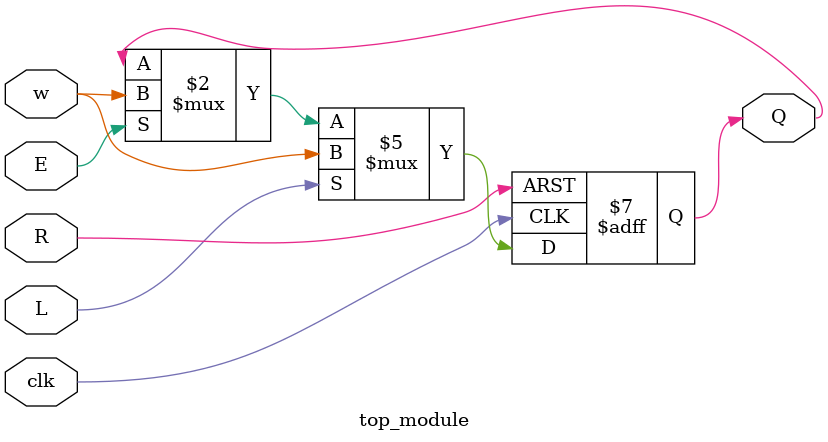
<source format=sv>
module top_module (
    input clk,
    input w,
    input R,
    input E,
    input L,
    output reg Q
);

    always @(posedge clk or posedge R) begin
        if (R) begin
            Q <= 0;
        end else if (L) begin
            Q <= w;
        end else if (E) begin
            Q <= w;
        end
    end

endmodule

</source>
